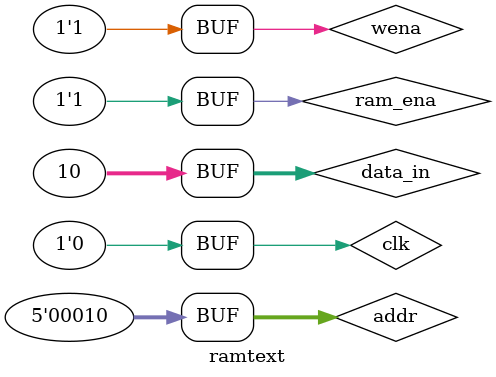
<source format=v>
`timescale 1ns / 1ps


module ramtext;

	// Inputs
	reg clk;
	reg ram_ena;
	reg wena;
	reg [4:0] addr;
	reg [31:0] data_in;

	// Outputs
	wire [31:0] data_out;

	// Instantiate the Unit Under Test (UUT)
	ram uut (
		.clk(clk), 
		.ram_ena(ram_ena), 
		.wena(wena), 
		.addr(addr), 
		.data_in(data_in), 
		.data_out(data_out)
	);

	initial begin
		// Initialize Inputs
		clk = 0;
		ram_ena = 0;
		wena = 0;
		addr = 0;
		data_in = 0;

		// Wait 100 ns for global reset to finish
		#100;
        
		ram_ena=1;
		addr=2;
		data_in=10;
		clk=1;
		#100;
		clk=0;
		#100;
		wena=1;
		clk=1;
		#100;
		clk=0;

	end
      
endmodule


</source>
